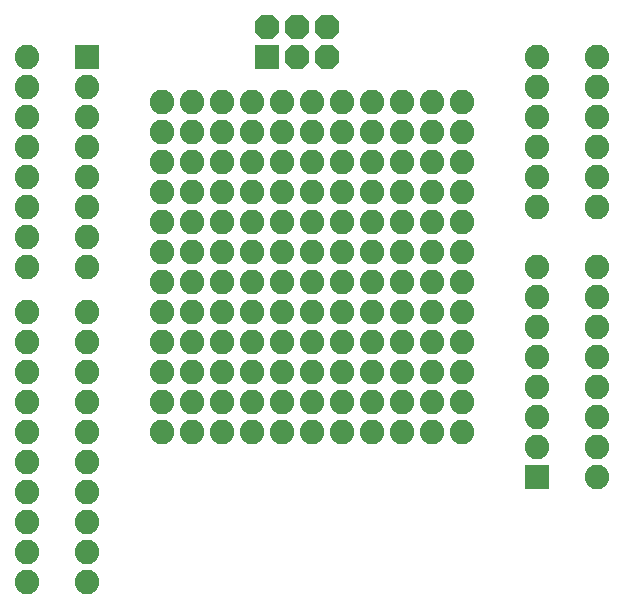
<source format=gbr>
G04 EAGLE Gerber RS-274X export*
G75*
%MOMM*%
%FSLAX34Y34*%
%LPD*%
%INSoldermask Bottom*%
%IPPOS*%
%AMOC8*
5,1,8,0,0,1.08239X$1,22.5*%
G01*
%ADD10C,2.082800*%
%ADD11R,2.082800X2.082800*%
%ADD12P,2.254402X8X22.500000*%


D10*
X495300Y241300D03*
X495300Y266700D03*
X495300Y292100D03*
X495300Y317500D03*
X495300Y342900D03*
X495300Y368300D03*
X495300Y419100D03*
X495300Y444500D03*
X495300Y469900D03*
X495300Y495300D03*
X495300Y520700D03*
X495300Y546100D03*
X12700Y546100D03*
X12700Y520700D03*
X12700Y495300D03*
X12700Y469900D03*
X12700Y444500D03*
X12700Y419100D03*
X12700Y393700D03*
X12700Y368300D03*
X12700Y330200D03*
X12700Y304800D03*
X12700Y279400D03*
X12700Y254000D03*
X12700Y228600D03*
X12700Y203200D03*
X12700Y177800D03*
X12700Y152400D03*
X12700Y127000D03*
X12700Y101600D03*
X495300Y215900D03*
X495300Y190500D03*
D11*
X63500Y546100D03*
D10*
X63500Y520700D03*
X63500Y495300D03*
X63500Y469900D03*
X63500Y444500D03*
X63500Y419100D03*
X63500Y393700D03*
X63500Y368300D03*
X63500Y330200D03*
X63500Y304800D03*
X63500Y279400D03*
X63500Y254000D03*
X63500Y228600D03*
X63500Y203200D03*
X63500Y177800D03*
X63500Y152400D03*
X63500Y127000D03*
X63500Y101600D03*
X444500Y419100D03*
X444500Y444500D03*
X444500Y469900D03*
X444500Y495300D03*
X444500Y520700D03*
X444500Y546100D03*
D11*
X444500Y190500D03*
D10*
X444500Y215900D03*
X444500Y241300D03*
X444500Y266700D03*
X444500Y292100D03*
X444500Y317500D03*
X444500Y342900D03*
X444500Y368300D03*
D11*
X215900Y546100D03*
D12*
X215900Y571500D03*
X241300Y546100D03*
X241300Y571500D03*
X266700Y546100D03*
X266700Y571500D03*
D10*
X381000Y508000D03*
X355600Y508000D03*
X330200Y508000D03*
X304800Y508000D03*
X279400Y508000D03*
X254000Y508000D03*
X228600Y508000D03*
X203200Y508000D03*
X177800Y508000D03*
X152400Y508000D03*
X127000Y508000D03*
X127000Y482600D03*
X152400Y482600D03*
X177800Y482600D03*
X203200Y482600D03*
X228600Y482600D03*
X254000Y482600D03*
X279400Y482600D03*
X304800Y482600D03*
X330200Y482600D03*
X355600Y482600D03*
X381000Y482600D03*
X381000Y457200D03*
X355600Y457200D03*
X330200Y457200D03*
X304800Y457200D03*
X279400Y457200D03*
X254000Y457200D03*
X228600Y457200D03*
X203200Y457200D03*
X177800Y457200D03*
X152400Y457200D03*
X127000Y457200D03*
X127000Y431800D03*
X152400Y431800D03*
X177800Y431800D03*
X203200Y431800D03*
X228600Y431800D03*
X254000Y431800D03*
X279400Y431800D03*
X304800Y431800D03*
X330200Y431800D03*
X355600Y431800D03*
X381000Y431800D03*
X381000Y406400D03*
X355600Y406400D03*
X330200Y406400D03*
X304800Y406400D03*
X279400Y406400D03*
X254000Y406400D03*
X228600Y406400D03*
X203200Y406400D03*
X177800Y406400D03*
X152400Y406400D03*
X127000Y406400D03*
X127000Y381000D03*
X152400Y381000D03*
X177800Y381000D03*
X203200Y381000D03*
X228600Y381000D03*
X254000Y381000D03*
X279400Y381000D03*
X304800Y381000D03*
X330200Y381000D03*
X355600Y381000D03*
X381000Y381000D03*
X381000Y355600D03*
X355600Y355600D03*
X330200Y355600D03*
X304800Y355600D03*
X279400Y355600D03*
X254000Y355600D03*
X228600Y355600D03*
X203200Y355600D03*
X177800Y355600D03*
X152400Y355600D03*
X127000Y355600D03*
X127000Y330200D03*
X152400Y330200D03*
X177800Y330200D03*
X203200Y330200D03*
X228600Y330200D03*
X254000Y330200D03*
X279400Y330200D03*
X304800Y330200D03*
X330200Y330200D03*
X355600Y330200D03*
X381000Y330200D03*
X381000Y304800D03*
X355600Y304800D03*
X330200Y304800D03*
X304800Y304800D03*
X279400Y304800D03*
X254000Y304800D03*
X228600Y304800D03*
X203200Y304800D03*
X177800Y304800D03*
X152400Y304800D03*
X127000Y304800D03*
X127000Y279400D03*
X152400Y279400D03*
X177800Y279400D03*
X203200Y279400D03*
X228600Y279400D03*
X254000Y279400D03*
X279400Y279400D03*
X304800Y279400D03*
X330200Y279400D03*
X355600Y279400D03*
X381000Y279400D03*
X381000Y254000D03*
X355600Y254000D03*
X330200Y254000D03*
X304800Y254000D03*
X279400Y254000D03*
X254000Y254000D03*
X228600Y254000D03*
X203200Y254000D03*
X177800Y254000D03*
X152400Y254000D03*
X127000Y254000D03*
X127000Y228600D03*
X152400Y228600D03*
X177800Y228600D03*
X203200Y228600D03*
X228600Y228600D03*
X254000Y228600D03*
X279400Y228600D03*
X304800Y228600D03*
X330200Y228600D03*
X355600Y228600D03*
X381000Y228600D03*
M02*

</source>
